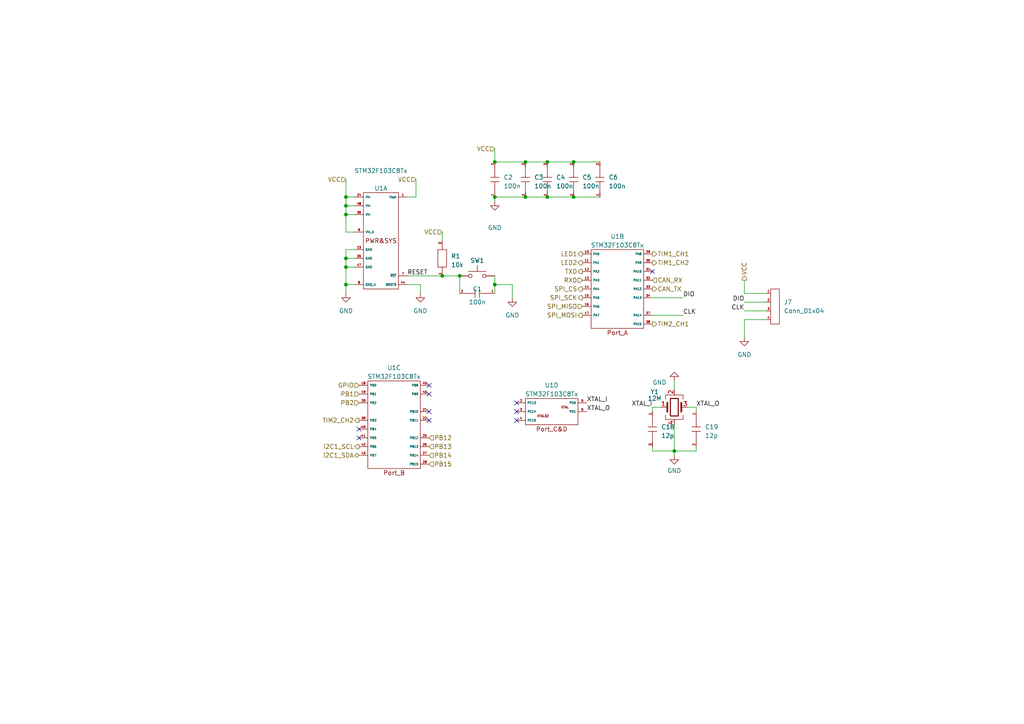
<source format=kicad_sch>
(kicad_sch (version 20230121) (generator eeschema)
  (paper "A4")
  (lib_symbols
    (symbol "001_Basic_PassiveComponents:001_Resistor" (pin_names (offset 1.016))
      (property "Reference" "R" (at -4.445 -2.54 0))
      (property "Value" "001_Resistor" (at 0 2.54 0))
      (symbol "001_Resistor_0_1"
        (rectangle (start -2.54 1.27) (end 2.54 -1.27))
        (polyline (pts (xy -3.81 0) (xy -2.54 0)))
        (polyline (pts (xy 2.54 0) (xy 3.81 0)))
      )
      (symbol "001_Resistor_1_1"
        (pin passive line (at -5.08 0 0) (length 1.27) (name "~") (number "1"))
        (pin passive line (at 5.08 0 180) (length 1.27) (name "~") (number "2"))
      )
    )
    (symbol "001_Basic_PassiveComponents:101_Capacitor" (pin_names (offset 1.016))
      (property "Reference" "C" (at -4.445 -2.54 0))
      (property "Value" "101_Capacitor" (at 0 2.54 0))
      (symbol "101_Capacitor_0_1"
        (polyline (pts (xy -3.81 0) (xy -0.635 0)))
        (polyline (pts (xy -0.635 1.27) (xy -0.635 -1.27)))
        (polyline (pts (xy 0.635 0) (xy 3.81 0)))
        (polyline (pts (xy 0.635 1.27) (xy 0.635 -1.27)))
      )
      (symbol "101_Capacitor_1_1"
        (pin passive line (at -5.08 0 0) (length 1.27) (name "~") (number "1"))
        (pin passive line (at 5.08 0 180) (length 1.27) (name "~") (number "2"))
      )
    )
    (symbol "107_IntegratedCircuit_MicroController:STM32F103C8Tx"
      (property "Reference" "U" (at -3.81 -15.24 0))
      (property "Value" "STM32F103C8Tx" (at 0 15.24 0))
      (symbol "STM32F103C8Tx_1_0"
        (rectangle (start -5.08 13.97) (end 5.08 -13.97))
        (text "PWR&SYS" (at 0 0 0) (effects (font (size 1.27 1.27))))
      )
      (symbol "STM32F103C8Tx_1_1"
        (pin power_in line (at 7.62 12.7 180) (length 2.54) (name "Vbat") (number "1"))
        (pin power_in line (at -7.62 -2.54 0) (length 2.54) (name "GND") (number "23"))
        (pin power_in line (at -7.62 12.7 0) (length 2.54) (name "Vin") (number "24"))
        (pin power_in line (at -7.62 -5.08 0) (length 2.54) (name "GND") (number "35"))
        (pin power_in line (at -7.62 7.62 0) (length 2.54) (name "Vin") (number "36"))
        (pin input line (at 7.62 -12.7 180) (length 2.54) (name "BOOT0") (number "44"))
        (pin power_in line (at -7.62 -7.62 0) (length 2.54) (name "GND") (number "47"))
        (pin power_in line (at -7.62 10.16 0) (length 2.54) (name "Vin") (number "48"))
        (pin input line (at 7.62 -10.16 180) (length 2.54) (name "~{RST}") (number "7"))
        (pin power_in line (at -7.62 -12.7 0) (length 2.54) (name "GND_A") (number "8"))
        (pin power_in line (at -7.62 2.54 0) (length 2.54) (name "Vin_A") (number "9"))
      )
      (symbol "STM32F103C8Tx_2_0"
        (rectangle (start -7.62 11.43) (end 7.62 -11.43))
        (text "Port_A" (at 0 -12.7 0) (effects (font (size 1.27 1.27))))
      )
      (symbol "STM32F103C8Tx_2_1"
        (pin bidirectional line (at -10.16 10.16 0) (length 2.54) (name "PA0") (number "10"))
        (pin bidirectional line (at -10.16 7.62 0) (length 2.54) (name "PA1") (number "11"))
        (pin bidirectional line (at -10.16 5.08 0) (length 2.54) (name "PA2") (number "12"))
        (pin bidirectional line (at -10.16 2.54 0) (length 2.54) (name "PA3") (number "13"))
        (pin bidirectional line (at -10.16 0 0) (length 2.54) (name "PA4") (number "14"))
        (pin bidirectional line (at -10.16 -2.54 0) (length 2.54) (name "PA5") (number "15"))
        (pin bidirectional line (at -10.16 -5.08 0) (length 2.54) (name "PA6") (number "16"))
        (pin bidirectional line (at -10.16 -7.62 0) (length 2.54) (name "PA7") (number "17"))
        (pin bidirectional line (at 10.16 10.16 180) (length 2.54) (name "PA8") (number "29"))
        (pin bidirectional line (at 10.16 7.62 180) (length 2.54) (name "PA9") (number "30"))
        (pin bidirectional line (at 10.16 5.08 180) (length 2.54) (name "PA10") (number "31"))
        (pin bidirectional line (at 10.16 2.54 180) (length 2.54) (name "PA11") (number "32"))
        (pin bidirectional line (at 10.16 0 180) (length 2.54) (name "PA12") (number "33"))
        (pin bidirectional line (at 10.16 -2.54 180) (length 2.54) (name "PA13") (number "34"))
        (pin bidirectional line (at 10.16 -7.62 180) (length 2.54) (name "PA14") (number "37"))
        (pin bidirectional line (at 10.16 -10.16 180) (length 2.54) (name "PA15") (number "38"))
      )
      (symbol "STM32F103C8Tx_3_0"
        (rectangle (start -7.62 13.97) (end 7.62 -11.43))
        (text "Port_B" (at 0 -12.7 0) (effects (font (size 1.27 1.27))))
      )
      (symbol "STM32F103C8Tx_3_1"
        (pin bidirectional line (at -10.16 12.7 0) (length 2.54) (name "PB0") (number "18"))
        (pin bidirectional line (at -10.16 10.16 0) (length 2.54) (name "PB1") (number "19"))
        (pin bidirectional line (at -10.16 7.62 0) (length 2.54) (name "PB2") (number "20"))
        (pin bidirectional line (at 10.16 5.08 180) (length 2.54) (name "PB10") (number "21"))
        (pin bidirectional line (at 10.16 2.54 180) (length 2.54) (name "PB11") (number "22"))
        (pin bidirectional line (at 10.16 -2.54 180) (length 2.54) (name "PB12") (number "25"))
        (pin bidirectional line (at 10.16 -5.08 180) (length 2.54) (name "PB13") (number "26"))
        (pin bidirectional line (at 10.16 -7.62 180) (length 2.54) (name "PB14") (number "27"))
        (pin bidirectional line (at 10.16 -10.16 180) (length 2.54) (name "PB15") (number "28"))
        (pin bidirectional line (at -10.16 2.54 0) (length 2.54) (name "PB3") (number "39"))
        (pin bidirectional line (at -10.16 0 0) (length 2.54) (name "PB4") (number "40"))
        (pin bidirectional line (at -10.16 -2.54 0) (length 2.54) (name "PB5") (number "41"))
        (pin bidirectional line (at -10.16 -5.08 0) (length 2.54) (name "PB6") (number "42"))
        (pin bidirectional line (at -10.16 -7.62 0) (length 2.54) (name "PB7") (number "43"))
        (pin bidirectional line (at 10.16 12.7 180) (length 2.54) (name "PB8") (number "45"))
        (pin bidirectional line (at 10.16 10.16 180) (length 2.54) (name "PB9") (number "46"))
      )
      (symbol "STM32F103C8Tx_4_0"
        (rectangle (start -7.62 3.81) (end 7.62 -3.81))
        (text "Port_C&D" (at 0 -5.08 0) (effects (font (size 1.27 1.27))))
      )
      (symbol "STM32F103C8Tx_4_1"
        (text "XTAL" (at 3.81 1.27 0) (effects (font (size 0.635 0.635))))
        (text "XTAL32" (at -2.54 -1.27 0) (effects (font (size 0.635 0.635))))
        (pin bidirectional line (at -10.16 2.54 0) (length 2.54) (name "PC13") (number "2"))
        (pin bidirectional line (at -10.16 0 0) (length 2.54) (name "PC14") (number "3"))
        (pin bidirectional line (at -10.16 -2.54 0) (length 2.54) (name "PC15") (number "4"))
        (pin bidirectional line (at 10.16 2.54 180) (length 2.54) (name "PD0") (number "5"))
        (pin bidirectional line (at 10.16 0 180) (length 2.54) (name "PD1") (number "6"))
      )
    )
    (symbol "Device:Crystal_GND24" (pin_names (offset 1.016) hide)
      (property "Reference" "Y" (at 3.175 5.08 0))
      (property "Value" "Crystal_GND24" (at 3.175 3.175 0))
      (symbol "Crystal_GND24_0_1"
        (rectangle (start -1.143 2.54) (end 1.143 -2.54) (stroke (width 0.3048)))
        (polyline (pts (xy -2.54 0) (xy -2.032 0)))
        (polyline (pts (xy -2.032 -1.27) (xy -2.032 1.27)) (stroke (width 0.508)))
        (polyline (pts (xy 0 -3.81) (xy 0 -3.556)))
        (polyline (pts (xy 0 3.556) (xy 0 3.81)))
        (polyline (pts (xy 2.032 -1.27) (xy 2.032 1.27)) (stroke (width 0.508)))
        (polyline (pts (xy 2.032 0) (xy 2.54 0)))
        (polyline (pts (xy -2.54 -2.286) (xy -2.54 -3.556) (xy 2.54 -3.556) (xy 2.54 -2.286)))
        (polyline (pts (xy -2.54 2.286) (xy -2.54 3.556) (xy 2.54 3.556) (xy 2.54 2.286)))
      )
      (symbol "Crystal_GND24_1_1"
        (pin passive line (at -3.81 0 0) (length 1.27) (name "1") (number "1"))
        (pin passive line (at 0 5.08 270) (length 1.27) (name "2") (number "2"))
        (pin passive line (at 3.81 0 180) (length 1.27) (name "3") (number "3"))
        (pin passive line (at 0 -5.08 90) (length 1.27) (name "4") (number "4"))
      )
    )
    (symbol "Link_W2B_connector:Conn_01x04"
      (property "Reference" "J" (at 0 -7.62 0))
      (property "Value" "Conn_01x04" (at 0 5.08 0))
      (symbol "Conn_01x04_0_0"
        (pin passive line (at -2.54 2.54 0) (length 1.27) (name "") (number "1"))
        (pin passive line (at -2.54 0 0) (length 1.27) (name "") (number "2"))
        (pin passive line (at -2.54 -2.54 0) (length 1.27) (name "") (number "3"))
        (pin passive line (at -2.54 -5.08 0) (length 1.27) (name "") (number "4"))
      )
      (symbol "Conn_01x04_0_1"
        (rectangle (start -1.27 3.81) (end 1.27 -6.35) (stroke (width 0.1524)))
      )
    )
    (symbol "Switch:SW_Push" (pin_numbers hide) (pin_names (offset 1.016) hide)
      (property "Reference" "SW" (at 1.27 2.54 0))
      (property "Value" "SW_Push" (at 0 -1.524 0))
      (symbol "SW_Push_0_1"
        (circle (center -2.032 0) (radius 0.508))
        (polyline (pts (xy 0 1.27) (xy 0 3.048)))
        (polyline (pts (xy 2.54 1.27) (xy -2.54 1.27)))
        (circle (center 2.032 0) (radius 0.508))
        (pin passive line (at -5.08 0 0) (length 2.54) (name "1") (number "1"))
        (pin passive line (at 5.08 0 180) (length 2.54) (name "2") (number "2"))
      )
    )
    (symbol "power:GND" (power) (pin_names (offset 0))
      (property "Value" "GND" (at 0 -3.81 0))
      (symbol "GND_0_1"
        (polyline (pts (xy 0 0) (xy 0 -1.27) (xy 1.27 -1.27) (xy 0 -2.54) (xy -1.27 -1.27) (xy 0 -1.27)))
      )
      (symbol "GND_1_1"
        (pin power_in line (at 0 0 270) (length 0) hide (name "GND") (number "1"))
      )
    )
  )
  (junction (at 195.58 130.81))
  (junction (at 100.33 77.47))
  (junction (at 128.27 80.01))
  (junction (at 166.37 57.15))
  (junction (at 152.4 46.99))
  (junction (at 133.35 80.01))
  (junction (at 166.37 46.99))
  (junction (at 100.33 74.93))
  (junction (at 100.33 57.15))
  (junction (at 100.33 82.55))
  (junction (at 158.75 57.15))
  (junction (at 143.51 46.99))
  (junction (at 100.33 59.69))
  (junction (at 152.4 57.15))
  (junction (at 100.33 62.23))
  (junction (at 143.51 57.15))
  (junction (at 158.75 46.99))
  (junction (at 143.51 82.55))
  (no_connect (at 189.23 78.74))
  (no_connect (at 124.46 119.38))
  (no_connect (at 124.46 114.3))
  (no_connect (at 149.86 119.38))
  (no_connect (at 104.14 127))
  (no_connect (at 124.46 121.92))
  (no_connect (at 149.86 121.92))
  (no_connect (at 124.46 111.76))
  (no_connect (at 149.86 116.84))
  (no_connect (at 104.14 124.46))
  (wire (pts (xy 215.9 87.63) (xy 222.25 87.63)))
  (wire (pts (xy 128.27 80.01) (xy 133.35 80.01)))
  (wire (pts (xy 128.27 67.31) (xy 128.27 69.85)))
  (wire (pts (xy 195.58 110.49) (xy 195.58 113.03)))
  (wire (pts (xy 189.23 119.38) (xy 189.23 118.11)))
  (wire (pts (xy 215.9 92.71) (xy 215.9 97.79)))
  (wire (pts (xy 100.33 74.93) (xy 100.33 77.47)))
  (wire (pts (xy 166.37 46.99) (xy 173.99 46.99)))
  (wire (pts (xy 100.33 57.15) (xy 100.33 59.69)))
  (wire (pts (xy 215.9 90.17) (xy 222.25 90.17)))
  (wire (pts (xy 118.11 57.15) (xy 120.65 57.15)))
  (wire (pts (xy 120.65 57.15) (xy 120.65 52.07)))
  (wire (pts (xy 166.37 46.99) (xy 158.75 46.99)))
  (wire (pts (xy 100.33 52.07) (xy 100.33 57.15)))
  (wire (pts (xy 100.33 77.47) (xy 102.87 77.47)))
  (wire (pts (xy 102.87 72.39) (xy 100.33 72.39)))
  (wire (pts (xy 166.37 57.15) (xy 173.99 57.15)))
  (wire (pts (xy 201.93 118.11) (xy 201.93 119.38)))
  (wire (pts (xy 201.93 129.54) (xy 201.93 130.81)))
  (wire (pts (xy 195.58 130.81) (xy 201.93 130.81)))
  (wire (pts (xy 143.51 43.18) (xy 143.51 46.99)))
  (wire (pts (xy 100.33 77.47) (xy 100.33 82.55)))
  (wire (pts (xy 195.58 130.81) (xy 195.58 132.08)))
  (wire (pts (xy 133.35 80.01) (xy 133.35 85.09)))
  (wire (pts (xy 100.33 59.69) (xy 100.33 62.23)))
  (wire (pts (xy 152.4 46.99) (xy 143.51 46.99)))
  (wire (pts (xy 222.25 92.71) (xy 215.9 92.71)))
  (wire (pts (xy 102.87 67.31) (xy 100.33 67.31)))
  (wire (pts (xy 100.33 72.39) (xy 100.33 74.93)))
  (wire (pts (xy 158.75 57.15) (xy 152.4 57.15)))
  (wire (pts (xy 222.25 85.09) (xy 215.9 85.09)))
  (wire (pts (xy 166.37 57.15) (xy 158.75 57.15)))
  (wire (pts (xy 118.11 80.01) (xy 128.27 80.01)))
  (wire (pts (xy 143.51 57.15) (xy 143.51 58.42)))
  (wire (pts (xy 100.33 74.93) (xy 102.87 74.93)))
  (wire (pts (xy 198.12 86.36) (xy 189.23 86.36)))
  (wire (pts (xy 199.39 118.11) (xy 201.93 118.11)))
  (wire (pts (xy 143.51 80.01) (xy 143.51 82.55)))
  (wire (pts (xy 152.4 57.15) (xy 143.51 57.15)))
  (wire (pts (xy 215.9 81.28) (xy 215.9 85.09)))
  (wire (pts (xy 198.12 91.44) (xy 189.23 91.44)))
  (wire (pts (xy 100.33 57.15) (xy 102.87 57.15)))
  (wire (pts (xy 121.92 82.55) (xy 121.92 85.09)))
  (wire (pts (xy 158.75 46.99) (xy 152.4 46.99)))
  (wire (pts (xy 189.23 129.54) (xy 189.23 130.81)))
  (wire (pts (xy 189.23 130.81) (xy 195.58 130.81)))
  (wire (pts (xy 100.33 62.23) (xy 100.33 67.31)))
  (wire (pts (xy 100.33 82.55) (xy 100.33 85.09)))
  (wire (pts (xy 195.58 130.81) (xy 195.58 123.19)))
  (wire (pts (xy 143.51 82.55) (xy 143.51 85.09)))
  (wire (pts (xy 118.11 82.55) (xy 121.92 82.55)))
  (wire (pts (xy 100.33 62.23) (xy 102.87 62.23)))
  (wire (pts (xy 148.59 82.55) (xy 148.59 86.36)))
  (wire (pts (xy 143.51 82.55) (xy 148.59 82.55)))
  (wire (pts (xy 189.23 118.11) (xy 191.77 118.11)))
  (wire (pts (xy 100.33 82.55) (xy 102.87 82.55)))
  (wire (pts (xy 100.33 59.69) (xy 102.87 59.69)))
  (label "XTAL_I" (at 170.18 116.84 0))
  (label "CLK" (at 198.12 91.44 0))
  (label "XTAL_O" (at 170.18 119.38 0))
  (label "DIO" (at 215.9 87.63 180))
  (label "XTAL_I" (at 189.23 118.11 180))
  (label "DIO" (at 198.12 86.36 0))
  (label "CLK" (at 215.9 90.17 180))
  (label "XTAL_O" (at 201.93 118.11 0))
  (label "RESET" (at 118.11 80.01 0))
  (hierarchical_label "i2C1_SDA" (shape bidirectional) (at 104.14 132.08 180))
  (hierarchical_label "LED1" (shape output) (at 168.91 73.66 180))
  (hierarchical_label "TIM1_CH2" (shape output) (at 189.23 76.2 0))
  (hierarchical_label "SPI_MOSI" (shape output) (at 168.91 91.44 180))
  (hierarchical_label "SPI_CS" (shape output) (at 168.91 83.82 180))
  (hierarchical_label "PB1" (shape input) (at 104.14 114.3 180))
  (hierarchical_label "PB15" (shape input) (at 124.46 134.62 0))
  (hierarchical_label "GPIO" (shape input) (at 104.14 111.76 180))
  (hierarchical_label "VCC" (shape input) (at 100.33 52.07 180))
  (hierarchical_label "TIM2_CH2" (shape output) (at 104.14 121.92 180))
  (hierarchical_label "CAN_RX" (shape input) (at 189.23 81.28 0))
  (hierarchical_label "VCC" (shape input) (at 128.27 67.31 180))
  (hierarchical_label "SPI_MISO" (shape input) (at 168.91 88.9 180))
  (hierarchical_label "i2C1_SCL" (shape output) (at 104.14 129.54 180))
  (hierarchical_label "CAN_TX" (shape output) (at 189.23 83.82 0))
  (hierarchical_label "VCC" (shape input) (at 120.65 52.07 180))
  (hierarchical_label "PB12" (shape input) (at 124.46 127 0))
  (hierarchical_label "TIM2_CH1" (shape output) (at 189.23 93.98 0))
  (hierarchical_label "PB14" (shape input) (at 124.46 132.08 0))
  (hierarchical_label "PB2" (shape input) (at 104.14 116.84 180))
  (hierarchical_label "LED2" (shape output) (at 168.91 76.2 180))
  (hierarchical_label "PB13" (shape input) (at 124.46 129.54 0))
  (hierarchical_label "RXD" (shape input) (at 168.91 81.28 180))
  (hierarchical_label "VCC" (shape output) (at 215.9 81.28 90))
  (hierarchical_label "VCC" (shape input) (at 143.51 43.18 180))
  (hierarchical_label "TIM1_CH1" (shape output) (at 189.23 73.66 0))
  (hierarchical_label "TXD" (shape output) (at 168.91 78.74 180))
  (hierarchical_label "SPI_SCK" (shape output) (at 168.91 86.36 180))
  (symbol (lib_id "001_Basic_PassiveComponents:101_Capacitor") (at 166.37 52.07 90) (unit 1)
    (property "Reference" "C5" (at 168.91 51.435 90) (effects (justify right)))
    (property "Value" "100n" (at 168.91 53.975 90) (effects (justify right)))
    (property "Footprint" "PCM_001_GN_RCL_SMD:C0603(1608M)" (effects hide))
    (property "Symbol type" "Alternate Source" (effects hide))
  )
  (symbol (lib_id "power:GND") (at 100.33 85.09 0) (unit 1)
    (property "Reference" "#PWR02" (effects hide))
    (property "Value" "GND" (at 100.33 90.17 0))
  )
  (symbol (lib_id "power:GND") (at 143.51 58.42 0) (unit 1)
    (property "Reference" "#PWR07" (effects hide))
    (property "Value" "GND" (at 143.51 66.04 0))
  )
  (symbol (lib_id "107_IntegratedCircuit_MicroController:STM32F103C8Tx") (at 160.02 119.38 0) (unit 4)
    (property "Reference" "U1" (at 160.02 111.76 0))
    (property "Value" "STM32F103C8Tx" (at 160.02 114.3 0))
    (property "Footprint" "PCM_004_GN_MIDDLE-SEMI_SMD:QFP-48_7070" (effects hide))
    (property "Symbol type" "Specified Device" (effects hide))
  )
  (symbol (lib_id "107_IntegratedCircuit_MicroController:STM32F103C8Tx") (at 179.07 83.82 0) (unit 2)
    (property "Reference" "U1" (at 179.07 68.58 0))
    (property "Value" "STM32F103C8Tx" (at 179.07 71.12 0))
    (property "Footprint" "PCM_004_GN_MIDDLE-SEMI_SMD:QFP-48_7070" (effects hide))
    (property "Symbol type" "Specified Device" (effects hide))
  )
  (symbol (lib_id "001_Basic_PassiveComponents:101_Capacitor") (at 143.51 52.07 90) (unit 1)
    (property "Reference" "C2" (at 146.05 51.435 90) (effects (justify right)))
    (property "Value" "100n" (at 146.05 53.975 90) (effects (justify right)))
    (property "Footprint" "PCM_001_GN_RCL_SMD:C0603(1608M)" (effects hide))
    (property "Symbol type" "Alternate Source" (effects hide))
  )
  (symbol (lib_id "power:GND") (at 195.58 132.08 0) (unit 1)
    (property "Reference" "#PWR0143" (effects hide))
    (property "Value" "GND" (at 195.58 136.5234 0))
    (instances (project "windmill_mastercontrol" (path "" (reference "#PWR0143") (unit 1))) (project "f103c8t6开发板" (path "" (reference "#PWR054") (unit 1))))
  )
  (symbol (lib_id "Device:Crystal_GND24") (at 195.58 118.11 0) (unit 1)
    (property "Reference" "Y1" (at 189.865 113.665 0))
    (property "Value" "12M" (at 189.865 115.57 0))
    (property "Footprint" "PCM_006_GN_XTAL_OSC_SMD:SMD-4_3225" (effects hide))
  )
  (symbol (lib_id "power:GND") (at 148.59 86.36 0) (unit 1)
    (property "Reference" "#PWR08" (effects hide))
    (property "Value" "GND" (at 148.59 91.44 0))
  )
  (symbol (lib_id "power:GND") (at 121.92 85.09 0) (unit 1)
    (property "Reference" "#PWR04" (effects hide))
    (property "Value" "GND" (at 121.92 90.17 0))
  )
  (symbol (lib_id "power:GND") (at 195.58 110.49 180) (unit 1)
    (property "Reference" "#PWR0150" (effects hide))
    (property "Value" "GND" (at 189.23 110.9238 0) (effects (justify right)))
    (instances (project "windmill_mastercontrol" (path "" (reference "#PWR0150") (unit 1))) (project "f103c8t6开发板" (path "" (reference "#PWR053") (unit 1))))
  )
  (symbol (lib_id "107_IntegratedCircuit_MicroController:STM32F103C8Tx") (at 114.3 124.46 0) (unit 3)
    (property "Reference" "U1" (at 114.3 106.68 0))
    (property "Value" "STM32F103C8Tx" (at 114.3 109.22 0))
    (property "Footprint" "PCM_004_GN_MIDDLE-SEMI_SMD:QFP-48_7070" (effects hide))
    (property "Symbol type" "Specified Device" (effects hide))
  )
  (symbol (lib_id "001_Basic_PassiveComponents:101_Capacitor") (at 158.75 52.07 90) (unit 1)
    (property "Reference" "C4" (at 161.29 51.435 90) (effects (justify right)))
    (property "Value" "100n" (at 161.29 53.975 90) (effects (justify right)))
    (property "Footprint" "PCM_001_GN_RCL_SMD:C0603(1608M)" (effects hide))
    (property "Symbol type" "Alternate Source" (effects hide))
  )
  (symbol (lib_id "001_Basic_PassiveComponents:101_Capacitor") (at 201.93 124.46 270) (unit 1)
    (property "Reference" "C19" (at 204.47 123.825 90) (effects (justify left)))
    (property "Value" "12p" (at 204.47 126.365 90) (effects (justify left)))
    (property "Footprint" "Capacitor_SMD:C_0603_1608Metric_Pad1.08x0.95mm_HandSolder" (effects hide))
    (property "Symbol type" "Alternate Source" (effects hide))
    (instances (project "windmill_mastercontrol" (path "" (reference "C19") (unit 1))) (project "f103c8t6开发板" (path "" (reference "C21") (unit 1))))
  )
  (symbol (lib_id "001_Basic_PassiveComponents:101_Capacitor") (at 173.99 52.07 90) (unit 1)
    (property "Reference" "C6" (at 176.53 51.435 90) (effects (justify right)))
    (property "Value" "100n" (at 176.53 53.975 90) (effects (justify right)))
    (property "Footprint" "PCM_001_GN_RCL_SMD:C0603(1608M)" (effects hide))
    (property "Symbol type" "Alternate Source" (effects hide))
  )
  (symbol (lib_id "power:GND") (at 215.9 97.79 0) (unit 1)
    (property "Reference" "#PWR057" (effects hide))
    (property "Value" "GND" (at 215.9 102.87 0))
    (instances (project "f103c8t6开发板" (path "" (reference "#PWR057") (unit 1)) (path "" (reference "#PWR010") (unit 1))))
  )
  (symbol (lib_id "001_Basic_PassiveComponents:001_Resistor") (at 128.27 74.93 90) (unit 1)
    (property "Reference" "R1" (at 130.81 74.295 90) (effects (justify right)))
    (property "Value" "10k" (at 130.81 76.835 90) (effects (justify right)))
    (property "Footprint" "PCM_001_GN_RCL_SMD:R0603(1608M)" (effects hide))
    (property "Symbol type" "Alternate Source" (effects hide))
  )
  (symbol (lib_id "107_IntegratedCircuit_MicroController:STM32F103C8Tx") (at 110.49 69.85 0) (unit 1)
    (property "Reference" "U1" (at 110.49 54.61 0))
    (property "Value" "STM32F103C8Tx" (at 110.49 49.53 0))
    (property "Footprint" "PCM_004_GN_MIDDLE-SEMI_SMD:QFP-48_7070" (effects hide))
    (property "Symbol type" "Specified Device" (effects hide))
  )
  (symbol (lib_id "001_Basic_PassiveComponents:101_Capacitor") (at 138.43 85.09 180) (unit 1)
    (property "Reference" "C1" (at 138.43 83.82 0))
    (property "Value" "100n" (at 138.43 87.63 0))
    (property "Footprint" "PCM_001_GN_RCL_SMD:C0603(1608M)" (effects hide))
  )
  (symbol (lib_id "001_Basic_PassiveComponents:101_Capacitor") (at 189.23 124.46 270) (unit 1)
    (property "Reference" "C18" (at 191.77 123.825 90) (effects (justify left)))
    (property "Value" "12p" (at 191.77 126.365 90) (effects (justify left)))
    (property "Footprint" "Capacitor_SMD:C_0603_1608Metric_Pad1.08x0.95mm_HandSolder" (effects hide))
    (property "Symbol type" "Alternate Source" (effects hide))
    (instances (project "windmill_mastercontrol" (path "" (reference "C18") (unit 1))) (project "f103c8t6开发板" (path "" (reference "C20") (unit 1))))
  )
  (symbol (lib_id "Link_W2B_connector:Conn_01x04") (at 224.79 87.63 0) (unit 1)
    (property "Reference" "J7" (at 227.33 87.6299 0) (effects (justify left)))
    (property "Value" "Conn_01x04" (at 227.33 90.1699 0) (effects (justify left)))
    (property "Footprint" "PCM_205_CONN_GH_SMD:GH1.25_H_4" (effects hide))
    (instances (project "f103c8t6开发板" (path "" (reference "J7") (unit 1)) (path "" (reference "J1") (unit 1))))
  )
  (symbol (lib_id "001_Basic_PassiveComponents:101_Capacitor") (at 152.4 52.07 90) (unit 1)
    (property "Reference" "C3" (at 154.94 51.435 90) (effects (justify right)))
    (property "Value" "100n" (at 154.94 53.975 90) (effects (justify right)))
    (property "Footprint" "PCM_001_GN_RCL_SMD:C0603(1608M)" (effects hide))
    (property "Symbol type" "Alternate Source" (effects hide))
  )
  (symbol (lib_id "Switch:SW_Push") (at 138.43 80.01 0) (unit 1)
    (property "Reference" "SW1" (at 138.43 75.565 0))
    (property "Value" " " (at 138.43 73.66 0))
    (property "Footprint" "Button_Switch_SMD:SW_SPST_FSMSM" (effects hide))
  )
)
</source>
